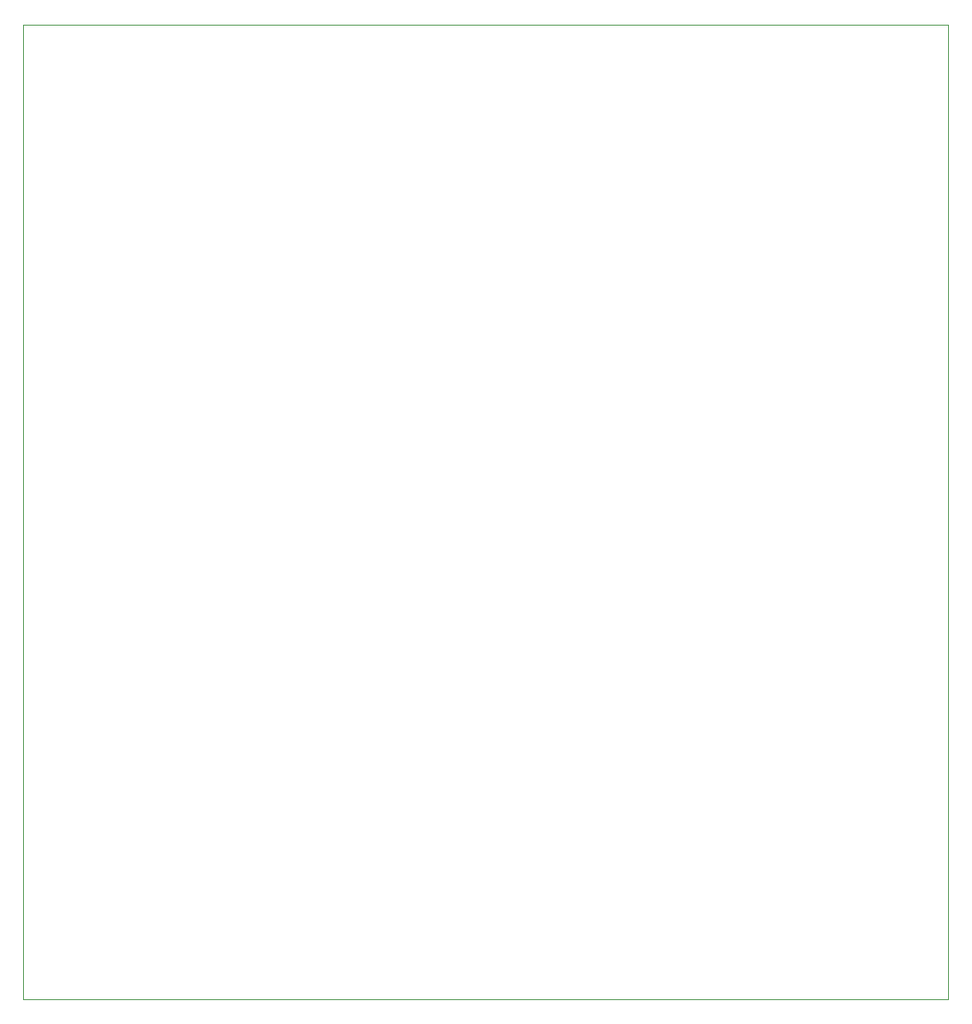
<source format=gko>
G04 #@! TF.GenerationSoftware,KiCad,Pcbnew,5.1.5+dfsg1-2build2*
G04 #@! TF.CreationDate,2021-02-03T14:21:51+01:00*
G04 #@! TF.ProjectId,Drum-k,4472756d-2d6b-42e6-9b69-6361645f7063,rev?*
G04 #@! TF.SameCoordinates,Original*
G04 #@! TF.FileFunction,Profile,NP*
%FSLAX46Y46*%
G04 Gerber Fmt 4.6, Leading zero omitted, Abs format (unit mm)*
G04 Created by KiCad (PCBNEW 5.1.5+dfsg1-2build2) date 2021-02-03 14:21:51*
%MOMM*%
%LPD*%
G04 APERTURE LIST*
%ADD10C,0.050000*%
G04 APERTURE END LIST*
D10*
X55000000Y-135000000D02*
X55000000Y-35000000D01*
X150000000Y-135000000D02*
X55000000Y-135000000D01*
X150000000Y-35000000D02*
X150000000Y-135000000D01*
X55000000Y-35000000D02*
X150000000Y-35000000D01*
M02*

</source>
